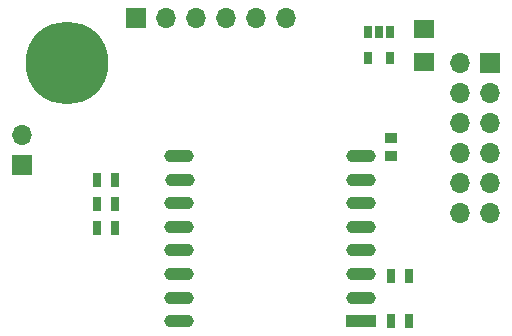
<source format=gbr>
G04 #@! TF.FileFunction,Soldermask,Top*
%FSLAX46Y46*%
G04 Gerber Fmt 4.6, Leading zero omitted, Abs format (unit mm)*
G04 Created by KiCad (PCBNEW 4.0.5) date 04/03/17 14:36:26*
%MOMM*%
%LPD*%
G01*
G04 APERTURE LIST*
%ADD10C,0.100000*%
%ADD11R,0.635000X1.143000*%
%ADD12R,2.500000X1.100000*%
%ADD13O,2.500000X1.100000*%
%ADD14R,1.000800X0.899200*%
%ADD15R,1.803400X1.600200*%
%ADD16C,7.000000*%
%ADD17R,1.700000X1.700000*%
%ADD18O,1.700000X1.700000*%
%ADD19R,0.650000X1.060000*%
G04 APERTURE END LIST*
D10*
D11*
X161290000Y-117348000D03*
X162814000Y-117348000D03*
X161290000Y-115316000D03*
X162814000Y-115316000D03*
X161290000Y-119380000D03*
X162814000Y-119380000D03*
X186182000Y-123444000D03*
X187706000Y-123444000D03*
X186182000Y-127254000D03*
X187706000Y-127254000D03*
D12*
X183580000Y-127254000D03*
D13*
X183580000Y-125254000D03*
X183580000Y-123254000D03*
X183580000Y-121254000D03*
X183580000Y-119254000D03*
X183580000Y-117254000D03*
X183580000Y-115254000D03*
X183580000Y-113254000D03*
X168180000Y-113254000D03*
X168280000Y-115254000D03*
X168180000Y-117254000D03*
X168180000Y-119254000D03*
X168180000Y-121254000D03*
X168180000Y-123254000D03*
X168180000Y-125254000D03*
X168180000Y-127254000D03*
D14*
X186182000Y-113273800D03*
X186182000Y-111770200D03*
D15*
X188976000Y-105283000D03*
X188976000Y-102489000D03*
D16*
X158750000Y-105410000D03*
D17*
X154940000Y-114046000D03*
D18*
X154940000Y-111506000D03*
D17*
X194564000Y-105410000D03*
D18*
X192024000Y-105410000D03*
X194564000Y-107950000D03*
X192024000Y-107950000D03*
X194564000Y-110490000D03*
X192024000Y-110490000D03*
X194564000Y-113030000D03*
X192024000Y-113030000D03*
X194564000Y-115570000D03*
X192024000Y-115570000D03*
X194564000Y-118110000D03*
X192024000Y-118110000D03*
D19*
X186116000Y-102786000D03*
X185166000Y-102786000D03*
X184216000Y-102786000D03*
X184216000Y-104986000D03*
X186116000Y-104986000D03*
D17*
X164592000Y-101600000D03*
D18*
X167132000Y-101600000D03*
X169672000Y-101600000D03*
X172212000Y-101600000D03*
X174752000Y-101600000D03*
X177292000Y-101600000D03*
M02*

</source>
